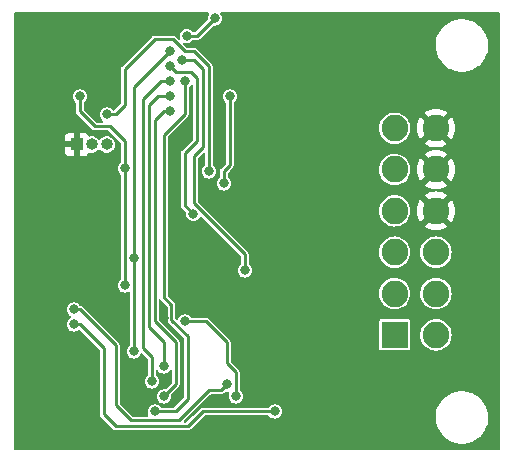
<source format=gbl>
%TF.GenerationSoftware,KiCad,Pcbnew,(6.0.1)*%
%TF.CreationDate,2023-02-26T19:23:04-08:00*%
%TF.ProjectId,CAN-Digital-Output-12V,43414e2d-4469-4676-9974-616c2d4f7574,rev?*%
%TF.SameCoordinates,Original*%
%TF.FileFunction,Copper,L2,Bot*%
%TF.FilePolarity,Positive*%
%FSLAX46Y46*%
G04 Gerber Fmt 4.6, Leading zero omitted, Abs format (unit mm)*
G04 Created by KiCad (PCBNEW (6.0.1)) date 2023-02-26 19:23:04*
%MOMM*%
%LPD*%
G01*
G04 APERTURE LIST*
%TA.AperFunction,ComponentPad*%
%ADD10R,2.250000X2.250000*%
%TD*%
%TA.AperFunction,ComponentPad*%
%ADD11C,2.250000*%
%TD*%
%TA.AperFunction,ComponentPad*%
%ADD12R,1.000000X1.000000*%
%TD*%
%TA.AperFunction,ComponentPad*%
%ADD13O,1.000000X1.000000*%
%TD*%
%TA.AperFunction,ViaPad*%
%ADD14C,0.800000*%
%TD*%
%TA.AperFunction,Conductor*%
%ADD15C,0.250000*%
%TD*%
G04 APERTURE END LIST*
D10*
%TO.P,J4,1,1*%
%TO.N,/CAN_H*%
X175508000Y-110604000D03*
D11*
%TO.P,J4,2,2*%
%TO.N,/CAN_L*%
X175508000Y-107104000D03*
%TO.P,J4,3,3*%
%TO.N,/DO_4*%
X175508000Y-103604000D03*
%TO.P,J4,4,4*%
%TO.N,/DO_3*%
X175508000Y-100104000D03*
%TO.P,J4,5,5*%
%TO.N,/DO_2*%
X175508000Y-96604000D03*
%TO.P,J4,6,6*%
%TO.N,/DO_1*%
X175508000Y-93104000D03*
%TO.P,J4,7,7*%
%TO.N,VCC*%
X179008000Y-110604000D03*
%TO.P,J4,8,8*%
X179008000Y-107104000D03*
%TO.P,J4,9,9*%
X179008000Y-103604000D03*
%TO.P,J4,10,10*%
%TO.N,GND*%
X179008000Y-100104000D03*
%TO.P,J4,11,11*%
X179008000Y-96604000D03*
%TO.P,J4,12,12*%
X179008000Y-93104000D03*
%TD*%
D12*
%TO.P,J3,1,Pin_1*%
%TO.N,GND*%
X148585000Y-94488000D03*
D13*
%TO.P,J3,2,Pin_2*%
%TO.N,/UART_TX*%
X149855000Y-94488000D03*
%TO.P,J3,3,Pin_3*%
%TO.N,Net-(J3-Pad3)*%
X151125000Y-94488000D03*
%TD*%
D14*
%TO.N,/OUT_1*%
X157915069Y-85307535D03*
X160274000Y-83820000D03*
%TO.N,VCC*%
X159766000Y-96774000D03*
X151130000Y-91948000D03*
%TO.N,GND*%
X159766000Y-104648000D03*
X169416669Y-88640440D03*
X170180000Y-114300000D03*
X169926000Y-110490000D03*
X169654376Y-103603450D03*
X168645976Y-89651976D03*
X168656000Y-96520000D03*
X169672000Y-95758000D03*
X160020000Y-100076000D03*
X154178000Y-119380000D03*
X155956000Y-109220000D03*
X169164000Y-111252000D03*
X144780000Y-84328000D03*
X157734000Y-93218000D03*
X168910000Y-104394000D03*
X153162000Y-114808000D03*
X162915887Y-113030000D03*
%TO.N,+5V*%
X162052000Y-115824000D03*
X157734000Y-109474000D03*
X152654000Y-106426000D03*
X152654000Y-96520000D03*
X148844000Y-90424000D03*
%TO.N,/CS*%
X156464000Y-86614000D03*
X153416000Y-112014000D03*
X153416000Y-104140000D03*
%TO.N,/MOSI*%
X154940000Y-114554000D03*
X156464000Y-89154000D03*
%TO.N,/MISO*%
X156464000Y-90424000D03*
X155956000Y-113284000D03*
%TO.N,/SCK*%
X155956000Y-115824000D03*
X156464000Y-91694000D03*
%TO.N,/OUT_3*%
X161544000Y-90424000D03*
X161036000Y-97790000D03*
%TO.N,/INT*%
X155194000Y-117094000D03*
X157734000Y-89154000D03*
%TO.N,/OUT_4*%
X162814000Y-105156000D03*
X157480000Y-87376000D03*
%TO.N,Net-(U2-Pad1)*%
X161290000Y-114808000D03*
X148336000Y-108458000D03*
%TO.N,Net-(U2-Pad4)*%
X165354000Y-117094000D03*
X148336000Y-109728000D03*
%TO.N,/DIP*%
X156464000Y-87884000D03*
X158466460Y-100359540D03*
%TD*%
D15*
%TO.N,/OUT_1*%
X158786465Y-85307535D02*
X160274000Y-83820000D01*
X157915069Y-85307535D02*
X158786465Y-85307535D01*
%TO.N,VCC*%
X152654000Y-88138000D02*
X152654000Y-91186000D01*
X156718000Y-85598000D02*
X155194000Y-85598000D01*
X152654000Y-91186000D02*
X151892000Y-91948000D01*
X158496000Y-86614000D02*
X157734000Y-86614000D01*
X159766000Y-96774000D02*
X159766000Y-87884000D01*
X159766000Y-87884000D02*
X158496000Y-86614000D01*
X151892000Y-91948000D02*
X151130000Y-91948000D01*
X157734000Y-86614000D02*
X156718000Y-85598000D01*
X155194000Y-85598000D02*
X152654000Y-88138000D01*
%TO.N,+5V*%
X162052000Y-115824000D02*
X162052000Y-113792000D01*
X148844000Y-91694000D02*
X150114000Y-92964000D01*
X161290000Y-111252000D02*
X159512000Y-109474000D01*
X148844000Y-90424000D02*
X148844000Y-91694000D01*
X151384000Y-92964000D02*
X152654000Y-94234000D01*
X152654000Y-96520000D02*
X152654000Y-106426000D01*
X159512000Y-109474000D02*
X157734000Y-109474000D01*
X162052000Y-113792000D02*
X161290000Y-113030000D01*
X161290000Y-113030000D02*
X161290000Y-111252000D01*
X150114000Y-92964000D02*
X151384000Y-92964000D01*
X152654000Y-94234000D02*
X152654000Y-96520000D01*
%TO.N,/CS*%
X153416000Y-89662000D02*
X156464000Y-86614000D01*
X153416000Y-112014000D02*
X153416000Y-89662000D01*
%TO.N,/MOSI*%
X154940000Y-114554000D02*
X154940000Y-112522000D01*
X154178000Y-90678000D02*
X155702000Y-89154000D01*
X154178000Y-111760000D02*
X154178000Y-90678000D01*
X154940000Y-112522000D02*
X154178000Y-111760000D01*
X155702000Y-89154000D02*
X156464000Y-89154000D01*
%TO.N,/MISO*%
X155448000Y-90424000D02*
X156464000Y-90424000D01*
X155956000Y-111252000D02*
X154686000Y-109982000D01*
X155956000Y-113284000D02*
X155956000Y-111252000D01*
X154686000Y-109982000D02*
X154686000Y-91186000D01*
X154686000Y-91186000D02*
X155448000Y-90424000D01*
%TO.N,/SCK*%
X155194000Y-92456000D02*
X155194000Y-109474000D01*
X155956000Y-91694000D02*
X155194000Y-92456000D01*
X156972000Y-114808000D02*
X155956000Y-115824000D01*
X156972000Y-111252000D02*
X156972000Y-114808000D01*
X155194000Y-109474000D02*
X156972000Y-111252000D01*
X156464000Y-91694000D02*
X155956000Y-91694000D01*
%TO.N,/OUT_3*%
X161036000Y-97790000D02*
X161036000Y-96774000D01*
X161036000Y-96774000D02*
X161544000Y-96266000D01*
X161544000Y-96266000D02*
X161544000Y-90424000D01*
%TO.N,/INT*%
X157988000Y-116078000D02*
X156972000Y-117094000D01*
X155956000Y-93726000D02*
X155956000Y-107442000D01*
X157734000Y-91948000D02*
X155956000Y-93726000D01*
X156972000Y-117094000D02*
X155194000Y-117094000D01*
X156605511Y-109361511D02*
X157988000Y-110744000D01*
X157988000Y-110744000D02*
X157988000Y-116078000D01*
X155956000Y-107442000D02*
X156605511Y-108091511D01*
X157734000Y-89154000D02*
X157734000Y-91948000D01*
X156605511Y-108091511D02*
X156605511Y-109361511D01*
%TO.N,/OUT_4*%
X159258000Y-88138000D02*
X159258000Y-94742000D01*
X158496000Y-95504000D02*
X158496000Y-99470548D01*
X158496000Y-87376000D02*
X159258000Y-88138000D01*
X159258000Y-94742000D02*
X158496000Y-95504000D01*
X158496000Y-99470548D02*
X162814000Y-103788548D01*
X162814000Y-103788548D02*
X162814000Y-105156000D01*
X157480000Y-87376000D02*
X158496000Y-87376000D01*
%TO.N,Net-(U2-Pad1)*%
X160782000Y-115316000D02*
X159766000Y-115316000D01*
X153162000Y-117856000D02*
X151892000Y-116586000D01*
X148844000Y-108458000D02*
X148336000Y-108458000D01*
X157226000Y-117856000D02*
X153162000Y-117856000D01*
X161290000Y-114808000D02*
X160782000Y-115316000D01*
X159766000Y-115316000D02*
X157226000Y-117856000D01*
X151892000Y-116586000D02*
X151892000Y-111506000D01*
X151892000Y-111506000D02*
X148844000Y-108458000D01*
%TO.N,Net-(U2-Pad4)*%
X150876000Y-117348000D02*
X151892000Y-118364000D01*
X148844000Y-109728000D02*
X150876000Y-111760000D01*
X150876000Y-111760000D02*
X150876000Y-117348000D01*
X148336000Y-109728000D02*
X148844000Y-109728000D01*
X159258000Y-117094000D02*
X165354000Y-117094000D01*
X151892000Y-118364000D02*
X157988000Y-118364000D01*
X157988000Y-118364000D02*
X159258000Y-117094000D01*
%TO.N,/DIP*%
X158242000Y-88392000D02*
X156972000Y-88392000D01*
X157734000Y-95250000D02*
X158750000Y-94234000D01*
X157734000Y-99627080D02*
X157734000Y-95250000D01*
X156972000Y-88392000D02*
X156464000Y-87884000D01*
X158750000Y-94234000D02*
X158750000Y-88900000D01*
X158750000Y-88900000D02*
X158242000Y-88392000D01*
X158466460Y-100359540D02*
X157734000Y-99627080D01*
%TD*%
%TA.AperFunction,Conductor*%
%TO.N,GND*%
G36*
X159764327Y-83330907D02*
G01*
X159800291Y-83380407D01*
X159800291Y-83441593D01*
X159784678Y-83471267D01*
X159749464Y-83517159D01*
X159688956Y-83663238D01*
X159668318Y-83820000D01*
X159669165Y-83826434D01*
X159669165Y-83826435D01*
X159678855Y-83900042D01*
X159667705Y-83960202D01*
X159650706Y-83982967D01*
X158680635Y-84953039D01*
X158626118Y-84980816D01*
X158610631Y-84982035D01*
X158471039Y-84982035D01*
X158412848Y-84963128D01*
X158392497Y-84943302D01*
X158388549Y-84938156D01*
X158343351Y-84879253D01*
X158217910Y-84782999D01*
X158071831Y-84722491D01*
X157915069Y-84701853D01*
X157758307Y-84722491D01*
X157612228Y-84782999D01*
X157486787Y-84879253D01*
X157390533Y-85004694D01*
X157330025Y-85150773D01*
X157309387Y-85307535D01*
X157330025Y-85464297D01*
X157332509Y-85470294D01*
X157341370Y-85491686D01*
X157346171Y-85552683D01*
X157314202Y-85604852D01*
X157257674Y-85628267D01*
X157198179Y-85613984D01*
X157179902Y-85599576D01*
X156961269Y-85380943D01*
X156955434Y-85374575D01*
X156955425Y-85374564D01*
X156930455Y-85344806D01*
X156896792Y-85325371D01*
X156889511Y-85320732D01*
X156887056Y-85319013D01*
X156857684Y-85298446D01*
X156849316Y-85296204D01*
X156844029Y-85293738D01*
X156838544Y-85291742D01*
X156831045Y-85287412D01*
X156822519Y-85285909D01*
X156822517Y-85285908D01*
X156792784Y-85280666D01*
X156784349Y-85278796D01*
X156755174Y-85270978D01*
X156746807Y-85268736D01*
X156708095Y-85272123D01*
X156699466Y-85272500D01*
X155212522Y-85272500D01*
X155203893Y-85272123D01*
X155173822Y-85269492D01*
X155165193Y-85268737D01*
X155127657Y-85278795D01*
X155119231Y-85280663D01*
X155110038Y-85282284D01*
X155080955Y-85287412D01*
X155073450Y-85291745D01*
X155067973Y-85293738D01*
X155062682Y-85296205D01*
X155054316Y-85298447D01*
X155022489Y-85320732D01*
X155015206Y-85325372D01*
X154989044Y-85340476D01*
X154989042Y-85340477D01*
X154981545Y-85344806D01*
X154956575Y-85374564D01*
X154950741Y-85380932D01*
X152436943Y-87894731D01*
X152430576Y-87900565D01*
X152400806Y-87925545D01*
X152381373Y-87959205D01*
X152376732Y-87966489D01*
X152354446Y-87998316D01*
X152352204Y-88006684D01*
X152349738Y-88011971D01*
X152347742Y-88017456D01*
X152343412Y-88024955D01*
X152341909Y-88033481D01*
X152341908Y-88033483D01*
X152336666Y-88063216D01*
X152334796Y-88071650D01*
X152324736Y-88109193D01*
X152325491Y-88117822D01*
X152328123Y-88147905D01*
X152328500Y-88156534D01*
X152328500Y-91010166D01*
X152309593Y-91068357D01*
X152299504Y-91080170D01*
X151786170Y-91593504D01*
X151731653Y-91621281D01*
X151716166Y-91622500D01*
X151685970Y-91622500D01*
X151627779Y-91603593D01*
X151607428Y-91583767D01*
X151571726Y-91537238D01*
X151558282Y-91519718D01*
X151432841Y-91423464D01*
X151286762Y-91362956D01*
X151130000Y-91342318D01*
X150973238Y-91362956D01*
X150827159Y-91423464D01*
X150701718Y-91519718D01*
X150605464Y-91645159D01*
X150544956Y-91791238D01*
X150529054Y-91912023D01*
X150525623Y-91938091D01*
X150524318Y-91948000D01*
X150544956Y-92104762D01*
X150605464Y-92250841D01*
X150701718Y-92376282D01*
X150706871Y-92380236D01*
X150812070Y-92460958D01*
X150846726Y-92511382D01*
X150845125Y-92572547D01*
X150807877Y-92621088D01*
X150751803Y-92638500D01*
X150289835Y-92638500D01*
X150231644Y-92619593D01*
X150219831Y-92609504D01*
X149198496Y-91588170D01*
X149170719Y-91533653D01*
X149169500Y-91518166D01*
X149169500Y-90979970D01*
X149188407Y-90921779D01*
X149208233Y-90901428D01*
X149267129Y-90856236D01*
X149272282Y-90852282D01*
X149368536Y-90726841D01*
X149429044Y-90580762D01*
X149449682Y-90424000D01*
X149429044Y-90267238D01*
X149368536Y-90121159D01*
X149272282Y-89995718D01*
X149146841Y-89899464D01*
X149000762Y-89838956D01*
X148844000Y-89818318D01*
X148687238Y-89838956D01*
X148541159Y-89899464D01*
X148415718Y-89995718D01*
X148319464Y-90121159D01*
X148258956Y-90267238D01*
X148238318Y-90424000D01*
X148258956Y-90580762D01*
X148319464Y-90726841D01*
X148415718Y-90852282D01*
X148420871Y-90856236D01*
X148479767Y-90901428D01*
X148514423Y-90951852D01*
X148518500Y-90979970D01*
X148518500Y-91675466D01*
X148518123Y-91684095D01*
X148514736Y-91722807D01*
X148516978Y-91731174D01*
X148524796Y-91760349D01*
X148526666Y-91768784D01*
X148531760Y-91797674D01*
X148533412Y-91807045D01*
X148537742Y-91814544D01*
X148539738Y-91820029D01*
X148542204Y-91825316D01*
X148544446Y-91833684D01*
X148557665Y-91852562D01*
X148566732Y-91865511D01*
X148571371Y-91872792D01*
X148590806Y-91906455D01*
X148620581Y-91931440D01*
X148626937Y-91937264D01*
X149870742Y-93181069D01*
X149876565Y-93187424D01*
X149901545Y-93217194D01*
X149935219Y-93236636D01*
X149942475Y-93241259D01*
X149974316Y-93263554D01*
X149982678Y-93265795D01*
X149987960Y-93268258D01*
X149993454Y-93270257D01*
X150000955Y-93274588D01*
X150039228Y-93281337D01*
X150047656Y-93283206D01*
X150076827Y-93291022D01*
X150076830Y-93291022D01*
X150085193Y-93293263D01*
X150123896Y-93289877D01*
X150132525Y-93289500D01*
X151208166Y-93289500D01*
X151266357Y-93308407D01*
X151278170Y-93318496D01*
X152299504Y-94339831D01*
X152327281Y-94394348D01*
X152328500Y-94409835D01*
X152328500Y-95964030D01*
X152309593Y-96022221D01*
X152289768Y-96042571D01*
X152225718Y-96091718D01*
X152129464Y-96217159D01*
X152068956Y-96363238D01*
X152048318Y-96520000D01*
X152068956Y-96676762D01*
X152129464Y-96822841D01*
X152225718Y-96948282D01*
X152230871Y-96952236D01*
X152289767Y-96997428D01*
X152324423Y-97047852D01*
X152328500Y-97075970D01*
X152328500Y-105870030D01*
X152309593Y-105928221D01*
X152289768Y-105948571D01*
X152225718Y-105997718D01*
X152129464Y-106123159D01*
X152068956Y-106269238D01*
X152048318Y-106426000D01*
X152068956Y-106582762D01*
X152129464Y-106728841D01*
X152225718Y-106854282D01*
X152351159Y-106950536D01*
X152497238Y-107011044D01*
X152654000Y-107031682D01*
X152810762Y-107011044D01*
X152950847Y-106953019D01*
X152953614Y-106951873D01*
X153014611Y-106947072D01*
X153066780Y-106979042D01*
X153090195Y-107035570D01*
X153090500Y-107043337D01*
X153090500Y-111458030D01*
X153071593Y-111516221D01*
X153051768Y-111536571D01*
X152987718Y-111585718D01*
X152891464Y-111711159D01*
X152830956Y-111857238D01*
X152810318Y-112014000D01*
X152830956Y-112170762D01*
X152891464Y-112316841D01*
X152987718Y-112442282D01*
X153113159Y-112538536D01*
X153259238Y-112599044D01*
X153416000Y-112619682D01*
X153572762Y-112599044D01*
X153718841Y-112538536D01*
X153844282Y-112442282D01*
X153940536Y-112316841D01*
X153943018Y-112310850D01*
X153943021Y-112310844D01*
X153981656Y-112217569D01*
X154021392Y-112171043D01*
X154080887Y-112156759D01*
X154137415Y-112180174D01*
X154143124Y-112185450D01*
X154585504Y-112627830D01*
X154613281Y-112682347D01*
X154614500Y-112697834D01*
X154614500Y-113998030D01*
X154595593Y-114056221D01*
X154575768Y-114076571D01*
X154511718Y-114125718D01*
X154415464Y-114251159D01*
X154354956Y-114397238D01*
X154334318Y-114554000D01*
X154354956Y-114710762D01*
X154415464Y-114856841D01*
X154511718Y-114982282D01*
X154637159Y-115078536D01*
X154783238Y-115139044D01*
X154940000Y-115159682D01*
X155096762Y-115139044D01*
X155242841Y-115078536D01*
X155368282Y-114982282D01*
X155464536Y-114856841D01*
X155525044Y-114710762D01*
X155545682Y-114554000D01*
X155525044Y-114397238D01*
X155464536Y-114251159D01*
X155368282Y-114125718D01*
X155304233Y-114076571D01*
X155269577Y-114026148D01*
X155265500Y-113998030D01*
X155265500Y-113662197D01*
X155284407Y-113604006D01*
X155333907Y-113568042D01*
X155395093Y-113568042D01*
X155443042Y-113601930D01*
X155492182Y-113665971D01*
X155527718Y-113712282D01*
X155653159Y-113808536D01*
X155799238Y-113869044D01*
X155956000Y-113889682D01*
X156112762Y-113869044D01*
X156258841Y-113808536D01*
X156384282Y-113712282D01*
X156419818Y-113665971D01*
X156468958Y-113601930D01*
X156519382Y-113567274D01*
X156580547Y-113568875D01*
X156629088Y-113606123D01*
X156646500Y-113662197D01*
X156646500Y-114632166D01*
X156627593Y-114690357D01*
X156617504Y-114702170D01*
X156118967Y-115200707D01*
X156064450Y-115228484D01*
X156036045Y-115228856D01*
X155956000Y-115218318D01*
X155799238Y-115238956D01*
X155653159Y-115299464D01*
X155527718Y-115395718D01*
X155431464Y-115521159D01*
X155370956Y-115667238D01*
X155350318Y-115824000D01*
X155370956Y-115980762D01*
X155431464Y-116126841D01*
X155527718Y-116252282D01*
X155653159Y-116348536D01*
X155799238Y-116409044D01*
X155956000Y-116429682D01*
X156112762Y-116409044D01*
X156258841Y-116348536D01*
X156384282Y-116252282D01*
X156480536Y-116126841D01*
X156541044Y-115980762D01*
X156561682Y-115824000D01*
X156551144Y-115743958D01*
X156562294Y-115683799D01*
X156579293Y-115661033D01*
X157189057Y-115051269D01*
X157195425Y-115045434D01*
X157197882Y-115043372D01*
X157225194Y-115020455D01*
X157244629Y-114986792D01*
X157249268Y-114979511D01*
X157250987Y-114977056D01*
X157271554Y-114947684D01*
X157273796Y-114939316D01*
X157276262Y-114934029D01*
X157278258Y-114928544D01*
X157282588Y-114921045D01*
X157289334Y-114882783D01*
X157291204Y-114874349D01*
X157299022Y-114845174D01*
X157301264Y-114836807D01*
X157297877Y-114798095D01*
X157297500Y-114789466D01*
X157297500Y-111270534D01*
X157297877Y-111261905D01*
X157300509Y-111231822D01*
X157301264Y-111223193D01*
X157291204Y-111185650D01*
X157289334Y-111177216D01*
X157284092Y-111147483D01*
X157284091Y-111147481D01*
X157282588Y-111138955D01*
X157278258Y-111131456D01*
X157276262Y-111125971D01*
X157273796Y-111120684D01*
X157271554Y-111112316D01*
X157249268Y-111080489D01*
X157244627Y-111073205D01*
X157238735Y-111062999D01*
X157225194Y-111039545D01*
X157195429Y-111014569D01*
X157189061Y-111008735D01*
X155548496Y-109368170D01*
X155520719Y-109313653D01*
X155519500Y-109298166D01*
X155519500Y-107705659D01*
X155538407Y-107647468D01*
X155587907Y-107611504D01*
X155649093Y-107611504D01*
X155694339Y-107642024D01*
X155698475Y-107646953D01*
X155702806Y-107654455D01*
X155709442Y-107660023D01*
X155732570Y-107679430D01*
X155738938Y-107685264D01*
X156251015Y-108197342D01*
X156278792Y-108251859D01*
X156280011Y-108267346D01*
X156280011Y-109342977D01*
X156279634Y-109351606D01*
X156276247Y-109390318D01*
X156278489Y-109398685D01*
X156286307Y-109427860D01*
X156288177Y-109436295D01*
X156292225Y-109459252D01*
X156294923Y-109474556D01*
X156299253Y-109482055D01*
X156301249Y-109487540D01*
X156303715Y-109492827D01*
X156305957Y-109501195D01*
X156326524Y-109530567D01*
X156328243Y-109533022D01*
X156332882Y-109540303D01*
X156352317Y-109573966D01*
X156362191Y-109582251D01*
X156382082Y-109598942D01*
X156388450Y-109604776D01*
X157633504Y-110849830D01*
X157661281Y-110904347D01*
X157662500Y-110919834D01*
X157662500Y-115902166D01*
X157643593Y-115960357D01*
X157633504Y-115972170D01*
X156866170Y-116739504D01*
X156811653Y-116767281D01*
X156796166Y-116768500D01*
X155749970Y-116768500D01*
X155691779Y-116749593D01*
X155671428Y-116729767D01*
X155647855Y-116699045D01*
X155622282Y-116665718D01*
X155496841Y-116569464D01*
X155350762Y-116508956D01*
X155194000Y-116488318D01*
X155037238Y-116508956D01*
X154891159Y-116569464D01*
X154765718Y-116665718D01*
X154669464Y-116791159D01*
X154608956Y-116937238D01*
X154588318Y-117094000D01*
X154608956Y-117250762D01*
X154611440Y-117256759D01*
X154668127Y-117393614D01*
X154672928Y-117454611D01*
X154640958Y-117506780D01*
X154584430Y-117530195D01*
X154576663Y-117530500D01*
X153337835Y-117530500D01*
X153279644Y-117511593D01*
X153267831Y-117501504D01*
X152246496Y-116480170D01*
X152218719Y-116425653D01*
X152217500Y-116410166D01*
X152217500Y-111524534D01*
X152217877Y-111515905D01*
X152220509Y-111485822D01*
X152221264Y-111477193D01*
X152211204Y-111439650D01*
X152209334Y-111431216D01*
X152204092Y-111401483D01*
X152204091Y-111401481D01*
X152202588Y-111392955D01*
X152198258Y-111385456D01*
X152196262Y-111379971D01*
X152193796Y-111374684D01*
X152191554Y-111366316D01*
X152169268Y-111334489D01*
X152164627Y-111327205D01*
X152149523Y-111301044D01*
X152145194Y-111293545D01*
X152115429Y-111268569D01*
X152109061Y-111262735D01*
X149087269Y-108240943D01*
X149081434Y-108234575D01*
X149074522Y-108226338D01*
X149056455Y-108204806D01*
X149022792Y-108185371D01*
X149015511Y-108180732D01*
X149013056Y-108179013D01*
X148983684Y-108158446D01*
X148975316Y-108156204D01*
X148970029Y-108153738D01*
X148964544Y-108151742D01*
X148957045Y-108147412D01*
X148948519Y-108145909D01*
X148948517Y-108145908D01*
X148918784Y-108140666D01*
X148910349Y-108138796D01*
X148872807Y-108128736D01*
X148873234Y-108127142D01*
X148826236Y-108107192D01*
X148812644Y-108092744D01*
X148768231Y-108034864D01*
X148768230Y-108034863D01*
X148764282Y-108029718D01*
X148638841Y-107933464D01*
X148492762Y-107872956D01*
X148336000Y-107852318D01*
X148179238Y-107872956D01*
X148033159Y-107933464D01*
X147907718Y-108029718D01*
X147811464Y-108155159D01*
X147750956Y-108301238D01*
X147730318Y-108458000D01*
X147750956Y-108614762D01*
X147811464Y-108760841D01*
X147907718Y-108886282D01*
X148033159Y-108982536D01*
X148079029Y-109001536D01*
X148125554Y-109041273D01*
X148139838Y-109100767D01*
X148116423Y-109157295D01*
X148079029Y-109184464D01*
X148033159Y-109203464D01*
X147907718Y-109299718D01*
X147811464Y-109425159D01*
X147750956Y-109571238D01*
X147730318Y-109728000D01*
X147750956Y-109884762D01*
X147811464Y-110030841D01*
X147907718Y-110156282D01*
X148033159Y-110252536D01*
X148179238Y-110313044D01*
X148336000Y-110333682D01*
X148492762Y-110313044D01*
X148638841Y-110252536D01*
X148722380Y-110188435D01*
X148780052Y-110168012D01*
X148838718Y-110185389D01*
X148852648Y-110196974D01*
X150521504Y-111865830D01*
X150549281Y-111920347D01*
X150550500Y-111935834D01*
X150550500Y-117329466D01*
X150550123Y-117338095D01*
X150546736Y-117376807D01*
X150548978Y-117385174D01*
X150556796Y-117414349D01*
X150558666Y-117422784D01*
X150561421Y-117438407D01*
X150565412Y-117461045D01*
X150569742Y-117468544D01*
X150571738Y-117474029D01*
X150574204Y-117479316D01*
X150576446Y-117487684D01*
X150589818Y-117506780D01*
X150598732Y-117519511D01*
X150603371Y-117526792D01*
X150622806Y-117560455D01*
X150652571Y-117585431D01*
X150658939Y-117591265D01*
X151648731Y-118581057D01*
X151654565Y-118587424D01*
X151679545Y-118617194D01*
X151687047Y-118621525D01*
X151713205Y-118636627D01*
X151720489Y-118641268D01*
X151752316Y-118663554D01*
X151760684Y-118665796D01*
X151765971Y-118668262D01*
X151771456Y-118670258D01*
X151778955Y-118674588D01*
X151787481Y-118676091D01*
X151787483Y-118676092D01*
X151817216Y-118681334D01*
X151825650Y-118683204D01*
X151863193Y-118693264D01*
X151871822Y-118692509D01*
X151901905Y-118689877D01*
X151910534Y-118689500D01*
X157969466Y-118689500D01*
X157978095Y-118689877D01*
X158016807Y-118693264D01*
X158054350Y-118683204D01*
X158062784Y-118681334D01*
X158092517Y-118676092D01*
X158092519Y-118676091D01*
X158101045Y-118674588D01*
X158108544Y-118670258D01*
X158114029Y-118668262D01*
X158119316Y-118665796D01*
X158127684Y-118663554D01*
X158159511Y-118641268D01*
X158166795Y-118636627D01*
X158192953Y-118621525D01*
X158200455Y-118617194D01*
X158225440Y-118587419D01*
X158231264Y-118581063D01*
X159363831Y-117448496D01*
X159418348Y-117420719D01*
X159433835Y-117419500D01*
X164798030Y-117419500D01*
X164856221Y-117438407D01*
X164876571Y-117458232D01*
X164925718Y-117522282D01*
X165051159Y-117618536D01*
X165197238Y-117679044D01*
X165354000Y-117699682D01*
X165510762Y-117679044D01*
X165579161Y-117650712D01*
X178978008Y-117650712D01*
X179003775Y-117945232D01*
X179068268Y-118233757D01*
X179170354Y-118511218D01*
X179222730Y-118610558D01*
X179306711Y-118769844D01*
X179306715Y-118769851D01*
X179308239Y-118772741D01*
X179479501Y-119013729D01*
X179681131Y-119229951D01*
X179683667Y-119232034D01*
X179683668Y-119232035D01*
X179907047Y-119415521D01*
X179907052Y-119415525D01*
X179909586Y-119417606D01*
X180160853Y-119573398D01*
X180163850Y-119574745D01*
X180163854Y-119574747D01*
X180322971Y-119646257D01*
X180430517Y-119694590D01*
X180713840Y-119779052D01*
X180717081Y-119779565D01*
X180717084Y-119779566D01*
X180805510Y-119793571D01*
X181005846Y-119825301D01*
X181076014Y-119828487D01*
X181097209Y-119829450D01*
X181097215Y-119829450D01*
X181098313Y-119829500D01*
X181282991Y-119829500D01*
X181502995Y-119814887D01*
X181649637Y-119785319D01*
X181789581Y-119757102D01*
X181789586Y-119757101D01*
X181792808Y-119756451D01*
X181969738Y-119695529D01*
X182069234Y-119661270D01*
X182069240Y-119661268D01*
X182072346Y-119660198D01*
X182336699Y-119527820D01*
X182581221Y-119361643D01*
X182728511Y-119229951D01*
X182799168Y-119166777D01*
X182799172Y-119166773D01*
X182801618Y-119164586D01*
X182994016Y-118940111D01*
X183155036Y-118692162D01*
X183168621Y-118663554D01*
X183280442Y-118428058D01*
X183281849Y-118425095D01*
X183372226Y-118143602D01*
X183424580Y-117852629D01*
X183437992Y-117557288D01*
X183435649Y-117530500D01*
X183425852Y-117418525D01*
X183412225Y-117262768D01*
X183347732Y-116974243D01*
X183245646Y-116696782D01*
X183151806Y-116518798D01*
X183109289Y-116438156D01*
X183109285Y-116438149D01*
X183107761Y-116435259D01*
X182936499Y-116194271D01*
X182734869Y-115978049D01*
X182727712Y-115972170D01*
X182508953Y-115792479D01*
X182508948Y-115792475D01*
X182506414Y-115790394D01*
X182307784Y-115667238D01*
X182257944Y-115636336D01*
X182257942Y-115636335D01*
X182255147Y-115634602D01*
X182252150Y-115633255D01*
X182252146Y-115633253D01*
X182065286Y-115549275D01*
X181985483Y-115513410D01*
X181702160Y-115428948D01*
X181698919Y-115428435D01*
X181698916Y-115428434D01*
X181600426Y-115412835D01*
X181410154Y-115382699D01*
X181339986Y-115379513D01*
X181318791Y-115378550D01*
X181318785Y-115378550D01*
X181317687Y-115378500D01*
X181133009Y-115378500D01*
X180913005Y-115393113D01*
X180766363Y-115422681D01*
X180626419Y-115450898D01*
X180626414Y-115450899D01*
X180623192Y-115451549D01*
X180620075Y-115452622D01*
X180620076Y-115452622D01*
X180346766Y-115546730D01*
X180346760Y-115546732D01*
X180343654Y-115547802D01*
X180079301Y-115680180D01*
X179834779Y-115846357D01*
X179832333Y-115848544D01*
X179616832Y-116041223D01*
X179616828Y-116041227D01*
X179614382Y-116043414D01*
X179612247Y-116045905D01*
X179612244Y-116045908D01*
X179538463Y-116131990D01*
X179421984Y-116267889D01*
X179260964Y-116515838D01*
X179259561Y-116518792D01*
X179259558Y-116518798D01*
X179187349Y-116670871D01*
X179134151Y-116782905D01*
X179043774Y-117064398D01*
X178991420Y-117355371D01*
X178978008Y-117650712D01*
X165579161Y-117650712D01*
X165656841Y-117618536D01*
X165782282Y-117522282D01*
X165878536Y-117396841D01*
X165939044Y-117250762D01*
X165959682Y-117094000D01*
X165939044Y-116937238D01*
X165878536Y-116791159D01*
X165782282Y-116665718D01*
X165656841Y-116569464D01*
X165510762Y-116508956D01*
X165354000Y-116488318D01*
X165197238Y-116508956D01*
X165051159Y-116569464D01*
X164925718Y-116665718D01*
X164900146Y-116699045D01*
X164876572Y-116729767D01*
X164826148Y-116764423D01*
X164798030Y-116768500D01*
X159276526Y-116768500D01*
X159267898Y-116768123D01*
X159264576Y-116767832D01*
X159229193Y-116764737D01*
X159220830Y-116766978D01*
X159220827Y-116766978D01*
X159191656Y-116774794D01*
X159183229Y-116776663D01*
X159144955Y-116783412D01*
X159137454Y-116787743D01*
X159131960Y-116789742D01*
X159126678Y-116792205D01*
X159118316Y-116794446D01*
X159111223Y-116799413D01*
X159111222Y-116799413D01*
X159086478Y-116816739D01*
X159079219Y-116821364D01*
X159045545Y-116840806D01*
X159039975Y-116847444D01*
X159020574Y-116870565D01*
X159014740Y-116876933D01*
X158437063Y-117454611D01*
X157882170Y-118009504D01*
X157827653Y-118037281D01*
X157812166Y-118038500D01*
X157742834Y-118038500D01*
X157684643Y-118019593D01*
X157648679Y-117970093D01*
X157648679Y-117908907D01*
X157672830Y-117869496D01*
X158705851Y-116836476D01*
X159871831Y-115670496D01*
X159926348Y-115642719D01*
X159941835Y-115641500D01*
X160763466Y-115641500D01*
X160772095Y-115641877D01*
X160810807Y-115645264D01*
X160820305Y-115642719D01*
X160848349Y-115635204D01*
X160856784Y-115633334D01*
X160857244Y-115633253D01*
X160861289Y-115632540D01*
X160886517Y-115628092D01*
X160886519Y-115628091D01*
X160895045Y-115626588D01*
X160902544Y-115622258D01*
X160908029Y-115620262D01*
X160913316Y-115617796D01*
X160921684Y-115615554D01*
X160953511Y-115593268D01*
X160960795Y-115588627D01*
X160994455Y-115569194D01*
X161019430Y-115539430D01*
X161025264Y-115533062D01*
X161127033Y-115431293D01*
X161181550Y-115403516D01*
X161209955Y-115403144D01*
X161290000Y-115413682D01*
X161370045Y-115403144D01*
X161418240Y-115396799D01*
X161478401Y-115407949D01*
X161520518Y-115452331D01*
X161528504Y-115512993D01*
X161522626Y-115532837D01*
X161476058Y-115645264D01*
X161466956Y-115667238D01*
X161446318Y-115824000D01*
X161466956Y-115980762D01*
X161527464Y-116126841D01*
X161623718Y-116252282D01*
X161749159Y-116348536D01*
X161895238Y-116409044D01*
X162052000Y-116429682D01*
X162208762Y-116409044D01*
X162354841Y-116348536D01*
X162480282Y-116252282D01*
X162576536Y-116126841D01*
X162637044Y-115980762D01*
X162657682Y-115824000D01*
X162637044Y-115667238D01*
X162576536Y-115521159D01*
X162480282Y-115395718D01*
X162416233Y-115346571D01*
X162381577Y-115296148D01*
X162377500Y-115268030D01*
X162377500Y-113810534D01*
X162377877Y-113801905D01*
X162380509Y-113771822D01*
X162381264Y-113763193D01*
X162371204Y-113725650D01*
X162369334Y-113717216D01*
X162364092Y-113687483D01*
X162364091Y-113687481D01*
X162362588Y-113678955D01*
X162358258Y-113671456D01*
X162356262Y-113665971D01*
X162353796Y-113660684D01*
X162351554Y-113652316D01*
X162329268Y-113620489D01*
X162324627Y-113613205D01*
X162319316Y-113604006D01*
X162305194Y-113579545D01*
X162275429Y-113554569D01*
X162269061Y-113548735D01*
X161644496Y-112924170D01*
X161616719Y-112869653D01*
X161615500Y-112854166D01*
X161615500Y-111748748D01*
X174182500Y-111748748D01*
X174194133Y-111807231D01*
X174238448Y-111873552D01*
X174304769Y-111917867D01*
X174314332Y-111919769D01*
X174314334Y-111919770D01*
X174337005Y-111924279D01*
X174363252Y-111929500D01*
X176652748Y-111929500D01*
X176678995Y-111924279D01*
X176701666Y-111919770D01*
X176701668Y-111919769D01*
X176711231Y-111917867D01*
X176777552Y-111873552D01*
X176821867Y-111807231D01*
X176833500Y-111748748D01*
X176833500Y-110604000D01*
X177677437Y-110604000D01*
X177697651Y-110835050D01*
X177757680Y-111059079D01*
X177855699Y-111269281D01*
X177988730Y-111459269D01*
X178152731Y-111623270D01*
X178342718Y-111756301D01*
X178552921Y-111854320D01*
X178557092Y-111855438D01*
X178557093Y-111855438D01*
X178772773Y-111913230D01*
X178772776Y-111913230D01*
X178776950Y-111914349D01*
X179008000Y-111934563D01*
X179239050Y-111914349D01*
X179243224Y-111913230D01*
X179243227Y-111913230D01*
X179458907Y-111855438D01*
X179458908Y-111855438D01*
X179463079Y-111854320D01*
X179673282Y-111756301D01*
X179863269Y-111623270D01*
X180027270Y-111459269D01*
X180160301Y-111269281D01*
X180258320Y-111059079D01*
X180318349Y-110835050D01*
X180338563Y-110604000D01*
X180318349Y-110372950D01*
X180301632Y-110310560D01*
X180259438Y-110153094D01*
X180258320Y-110148921D01*
X180160301Y-109938719D01*
X180027270Y-109748731D01*
X179863269Y-109584730D01*
X179673282Y-109451699D01*
X179463079Y-109353680D01*
X179439258Y-109347297D01*
X179243227Y-109294770D01*
X179243224Y-109294770D01*
X179239050Y-109293651D01*
X179008000Y-109273437D01*
X178776950Y-109293651D01*
X178772776Y-109294770D01*
X178772773Y-109294770D01*
X178688923Y-109317238D01*
X178552921Y-109353680D01*
X178342719Y-109451699D01*
X178339176Y-109454180D01*
X178339174Y-109454181D01*
X178291533Y-109487540D01*
X178152731Y-109584730D01*
X177988730Y-109748731D01*
X177855699Y-109938719D01*
X177757680Y-110148921D01*
X177756562Y-110153094D01*
X177714369Y-110310560D01*
X177697651Y-110372950D01*
X177677437Y-110604000D01*
X176833500Y-110604000D01*
X176833500Y-109459252D01*
X176827256Y-109427860D01*
X176823770Y-109410334D01*
X176823769Y-109410332D01*
X176821867Y-109400769D01*
X176777552Y-109334448D01*
X176711231Y-109290133D01*
X176701668Y-109288231D01*
X176701666Y-109288230D01*
X176678995Y-109283721D01*
X176652748Y-109278500D01*
X174363252Y-109278500D01*
X174337005Y-109283721D01*
X174314334Y-109288230D01*
X174314332Y-109288231D01*
X174304769Y-109290133D01*
X174238448Y-109334448D01*
X174194133Y-109400769D01*
X174192231Y-109410332D01*
X174192230Y-109410334D01*
X174188744Y-109427860D01*
X174182500Y-109459252D01*
X174182500Y-111748748D01*
X161615500Y-111748748D01*
X161615500Y-111270534D01*
X161615877Y-111261905D01*
X161618509Y-111231822D01*
X161619264Y-111223193D01*
X161609204Y-111185650D01*
X161607334Y-111177216D01*
X161602092Y-111147483D01*
X161602091Y-111147481D01*
X161600588Y-111138955D01*
X161596258Y-111131456D01*
X161594262Y-111125971D01*
X161591796Y-111120684D01*
X161589554Y-111112316D01*
X161567268Y-111080489D01*
X161562627Y-111073205D01*
X161556735Y-111062999D01*
X161543194Y-111039545D01*
X161513429Y-111014569D01*
X161507061Y-111008735D01*
X159755269Y-109256943D01*
X159749434Y-109250575D01*
X159724455Y-109220806D01*
X159690792Y-109201371D01*
X159683511Y-109196732D01*
X159681056Y-109195013D01*
X159651684Y-109174446D01*
X159643316Y-109172204D01*
X159638029Y-109169738D01*
X159632544Y-109167742D01*
X159625045Y-109163412D01*
X159616519Y-109161909D01*
X159616517Y-109161908D01*
X159586784Y-109156666D01*
X159578349Y-109154796D01*
X159549174Y-109146978D01*
X159540807Y-109144736D01*
X159532178Y-109145491D01*
X159502095Y-109148123D01*
X159493466Y-109148500D01*
X158289970Y-109148500D01*
X158231779Y-109129593D01*
X158211428Y-109109767D01*
X158166236Y-109050871D01*
X158162282Y-109045718D01*
X158036841Y-108949464D01*
X157890762Y-108888956D01*
X157734000Y-108868318D01*
X157577238Y-108888956D01*
X157431159Y-108949464D01*
X157305718Y-109045718D01*
X157209464Y-109171159D01*
X157206982Y-109177150D01*
X157206979Y-109177156D01*
X157168344Y-109270431D01*
X157128608Y-109316957D01*
X157069113Y-109331241D01*
X157012585Y-109307826D01*
X157006876Y-109302550D01*
X156960007Y-109255681D01*
X156932230Y-109201164D01*
X156931011Y-109185677D01*
X156931011Y-108110037D01*
X156931388Y-108101409D01*
X156934019Y-108071331D01*
X156934774Y-108062704D01*
X156932533Y-108054341D01*
X156932533Y-108054338D01*
X156924717Y-108025167D01*
X156922848Y-108016739D01*
X156917603Y-107986996D01*
X156916099Y-107978466D01*
X156911768Y-107970965D01*
X156909769Y-107965471D01*
X156907306Y-107960189D01*
X156905065Y-107951827D01*
X156882770Y-107919986D01*
X156878147Y-107912730D01*
X156858705Y-107879056D01*
X156828946Y-107854085D01*
X156822578Y-107848251D01*
X156585831Y-107611504D01*
X156310496Y-107336170D01*
X156282719Y-107281653D01*
X156281500Y-107266166D01*
X156281500Y-107104000D01*
X174177437Y-107104000D01*
X174197651Y-107335050D01*
X174257680Y-107559079D01*
X174355699Y-107769281D01*
X174488730Y-107959269D01*
X174652731Y-108123270D01*
X174842718Y-108256301D01*
X175052921Y-108354320D01*
X175057092Y-108355438D01*
X175057093Y-108355438D01*
X175272773Y-108413230D01*
X175272776Y-108413230D01*
X175276950Y-108414349D01*
X175508000Y-108434563D01*
X175739050Y-108414349D01*
X175743224Y-108413230D01*
X175743227Y-108413230D01*
X175958907Y-108355438D01*
X175958908Y-108355438D01*
X175963079Y-108354320D01*
X176173282Y-108256301D01*
X176363269Y-108123270D01*
X176527270Y-107959269D01*
X176660301Y-107769281D01*
X176758320Y-107559079D01*
X176818349Y-107335050D01*
X176838563Y-107104000D01*
X177677437Y-107104000D01*
X177697651Y-107335050D01*
X177757680Y-107559079D01*
X177855699Y-107769281D01*
X177988730Y-107959269D01*
X178152731Y-108123270D01*
X178342718Y-108256301D01*
X178552921Y-108354320D01*
X178557092Y-108355438D01*
X178557093Y-108355438D01*
X178772773Y-108413230D01*
X178772776Y-108413230D01*
X178776950Y-108414349D01*
X179008000Y-108434563D01*
X179239050Y-108414349D01*
X179243224Y-108413230D01*
X179243227Y-108413230D01*
X179458907Y-108355438D01*
X179458908Y-108355438D01*
X179463079Y-108354320D01*
X179673282Y-108256301D01*
X179863269Y-108123270D01*
X180027270Y-107959269D01*
X180160301Y-107769281D01*
X180258320Y-107559079D01*
X180318349Y-107335050D01*
X180338563Y-107104000D01*
X180318349Y-106872950D01*
X180314407Y-106858236D01*
X180259438Y-106653094D01*
X180258320Y-106648921D01*
X180160301Y-106438719D01*
X180027270Y-106248731D01*
X179863269Y-106084730D01*
X179673282Y-105951699D01*
X179463079Y-105853680D01*
X179458907Y-105852562D01*
X179243227Y-105794770D01*
X179243224Y-105794770D01*
X179239050Y-105793651D01*
X179008000Y-105773437D01*
X178776950Y-105793651D01*
X178772776Y-105794770D01*
X178772773Y-105794770D01*
X178645502Y-105828873D01*
X178552921Y-105853680D01*
X178342719Y-105951699D01*
X178152731Y-106084730D01*
X177988730Y-106248731D01*
X177855699Y-106438719D01*
X177757680Y-106648921D01*
X177756562Y-106653094D01*
X177701594Y-106858236D01*
X177697651Y-106872950D01*
X177677437Y-107104000D01*
X176838563Y-107104000D01*
X176818349Y-106872950D01*
X176814407Y-106858236D01*
X176759438Y-106653094D01*
X176758320Y-106648921D01*
X176660301Y-106438719D01*
X176527270Y-106248731D01*
X176363269Y-106084730D01*
X176173282Y-105951699D01*
X175963079Y-105853680D01*
X175958907Y-105852562D01*
X175743227Y-105794770D01*
X175743224Y-105794770D01*
X175739050Y-105793651D01*
X175508000Y-105773437D01*
X175276950Y-105793651D01*
X175272776Y-105794770D01*
X175272773Y-105794770D01*
X175145502Y-105828873D01*
X175052921Y-105853680D01*
X174842719Y-105951699D01*
X174652731Y-106084730D01*
X174488730Y-106248731D01*
X174355699Y-106438719D01*
X174257680Y-106648921D01*
X174256562Y-106653094D01*
X174201594Y-106858236D01*
X174197651Y-106872950D01*
X174177437Y-107104000D01*
X156281500Y-107104000D01*
X156281500Y-93901834D01*
X156300407Y-93843643D01*
X156310496Y-93831830D01*
X157951057Y-92191269D01*
X157957425Y-92185434D01*
X157966077Y-92178174D01*
X157987194Y-92160455D01*
X158006629Y-92126792D01*
X158011268Y-92119511D01*
X158017396Y-92110759D01*
X158033554Y-92087684D01*
X158035796Y-92079316D01*
X158038262Y-92074029D01*
X158040258Y-92068544D01*
X158044588Y-92061045D01*
X158051334Y-92022783D01*
X158053204Y-92014349D01*
X158061022Y-91985174D01*
X158063264Y-91976807D01*
X158059877Y-91938091D01*
X158059500Y-91929463D01*
X158059500Y-89709970D01*
X158078407Y-89651779D01*
X158098233Y-89631428D01*
X158157129Y-89586236D01*
X158162282Y-89582282D01*
X158197517Y-89536363D01*
X158246958Y-89471930D01*
X158297382Y-89437274D01*
X158358547Y-89438875D01*
X158407088Y-89476123D01*
X158424500Y-89532197D01*
X158424500Y-94058166D01*
X158405593Y-94116357D01*
X158395504Y-94128170D01*
X157516943Y-95006731D01*
X157510576Y-95012565D01*
X157480806Y-95037545D01*
X157466000Y-95063191D01*
X157461373Y-95071205D01*
X157456732Y-95078489D01*
X157434446Y-95110316D01*
X157432204Y-95118684D01*
X157429738Y-95123971D01*
X157427742Y-95129456D01*
X157423412Y-95136955D01*
X157421909Y-95145481D01*
X157421908Y-95145483D01*
X157416666Y-95175216D01*
X157414796Y-95183650D01*
X157404736Y-95221193D01*
X157405491Y-95229822D01*
X157408123Y-95259905D01*
X157408500Y-95268534D01*
X157408500Y-99608546D01*
X157408123Y-99617175D01*
X157404736Y-99655887D01*
X157406978Y-99664254D01*
X157414796Y-99693429D01*
X157416666Y-99701863D01*
X157423412Y-99740125D01*
X157427742Y-99747624D01*
X157429738Y-99753109D01*
X157432204Y-99758396D01*
X157434446Y-99766764D01*
X157455013Y-99796136D01*
X157456732Y-99798591D01*
X157461371Y-99805872D01*
X157480806Y-99839535D01*
X157495212Y-99851623D01*
X157510571Y-99864511D01*
X157516939Y-99870345D01*
X157843167Y-100196573D01*
X157870944Y-100251090D01*
X157871316Y-100279495D01*
X157860778Y-100359540D01*
X157881416Y-100516302D01*
X157941924Y-100662381D01*
X158038178Y-100787822D01*
X158163619Y-100884076D01*
X158309698Y-100944584D01*
X158466460Y-100965222D01*
X158623222Y-100944584D01*
X158769301Y-100884076D01*
X158894742Y-100787822D01*
X158990996Y-100662381D01*
X159003569Y-100632028D01*
X159043303Y-100585504D01*
X159102798Y-100571219D01*
X159159326Y-100594633D01*
X159165036Y-100599910D01*
X162459504Y-103894379D01*
X162487281Y-103948896D01*
X162488500Y-103964383D01*
X162488500Y-104600030D01*
X162469593Y-104658221D01*
X162449768Y-104678571D01*
X162385718Y-104727718D01*
X162289464Y-104853159D01*
X162228956Y-104999238D01*
X162208318Y-105156000D01*
X162228956Y-105312762D01*
X162289464Y-105458841D01*
X162385718Y-105584282D01*
X162511159Y-105680536D01*
X162657238Y-105741044D01*
X162814000Y-105761682D01*
X162970762Y-105741044D01*
X163116841Y-105680536D01*
X163242282Y-105584282D01*
X163338536Y-105458841D01*
X163399044Y-105312762D01*
X163419682Y-105156000D01*
X163399044Y-104999238D01*
X163338536Y-104853159D01*
X163242282Y-104727718D01*
X163178233Y-104678571D01*
X163143577Y-104628148D01*
X163139500Y-104600030D01*
X163139500Y-103807074D01*
X163139877Y-103798446D01*
X163142508Y-103768368D01*
X163143263Y-103759741D01*
X163141022Y-103751378D01*
X163141022Y-103751375D01*
X163133206Y-103722204D01*
X163131337Y-103713776D01*
X163126092Y-103684033D01*
X163124588Y-103675503D01*
X163120257Y-103668002D01*
X163118258Y-103662508D01*
X163115795Y-103657226D01*
X163113554Y-103648864D01*
X163091259Y-103617023D01*
X163086636Y-103609767D01*
X163083306Y-103604000D01*
X174177437Y-103604000D01*
X174197651Y-103835050D01*
X174257680Y-104059079D01*
X174355699Y-104269281D01*
X174488730Y-104459269D01*
X174652731Y-104623270D01*
X174842718Y-104756301D01*
X175052921Y-104854320D01*
X175057092Y-104855438D01*
X175057093Y-104855438D01*
X175272773Y-104913230D01*
X175272776Y-104913230D01*
X175276950Y-104914349D01*
X175508000Y-104934563D01*
X175739050Y-104914349D01*
X175743224Y-104913230D01*
X175743227Y-104913230D01*
X175958907Y-104855438D01*
X175958908Y-104855438D01*
X175963079Y-104854320D01*
X176173282Y-104756301D01*
X176363269Y-104623270D01*
X176527270Y-104459269D01*
X176660301Y-104269281D01*
X176758320Y-104059079D01*
X176818349Y-103835050D01*
X176838563Y-103604000D01*
X177677437Y-103604000D01*
X177697651Y-103835050D01*
X177757680Y-104059079D01*
X177855699Y-104269281D01*
X177988730Y-104459269D01*
X178152731Y-104623270D01*
X178342718Y-104756301D01*
X178552921Y-104854320D01*
X178557092Y-104855438D01*
X178557093Y-104855438D01*
X178772773Y-104913230D01*
X178772776Y-104913230D01*
X178776950Y-104914349D01*
X179008000Y-104934563D01*
X179239050Y-104914349D01*
X179243224Y-104913230D01*
X179243227Y-104913230D01*
X179458907Y-104855438D01*
X179458908Y-104855438D01*
X179463079Y-104854320D01*
X179673282Y-104756301D01*
X179863269Y-104623270D01*
X180027270Y-104459269D01*
X180160301Y-104269281D01*
X180258320Y-104059079D01*
X180318349Y-103835050D01*
X180338563Y-103604000D01*
X180318349Y-103372950D01*
X180258320Y-103148921D01*
X180160301Y-102938719D01*
X180027270Y-102748731D01*
X179863269Y-102584730D01*
X179673282Y-102451699D01*
X179463079Y-102353680D01*
X179458907Y-102352562D01*
X179243227Y-102294770D01*
X179243224Y-102294770D01*
X179239050Y-102293651D01*
X179008000Y-102273437D01*
X178776950Y-102293651D01*
X178772776Y-102294770D01*
X178772773Y-102294770D01*
X178645502Y-102328873D01*
X178552921Y-102353680D01*
X178342719Y-102451699D01*
X178152731Y-102584730D01*
X177988730Y-102748731D01*
X177855699Y-102938719D01*
X177757680Y-103148921D01*
X177697651Y-103372950D01*
X177677437Y-103604000D01*
X176838563Y-103604000D01*
X176818349Y-103372950D01*
X176758320Y-103148921D01*
X176660301Y-102938719D01*
X176527270Y-102748731D01*
X176363269Y-102584730D01*
X176173282Y-102451699D01*
X175963079Y-102353680D01*
X175958907Y-102352562D01*
X175743227Y-102294770D01*
X175743224Y-102294770D01*
X175739050Y-102293651D01*
X175508000Y-102273437D01*
X175276950Y-102293651D01*
X175272776Y-102294770D01*
X175272773Y-102294770D01*
X175145502Y-102328873D01*
X175052921Y-102353680D01*
X174842719Y-102451699D01*
X174652731Y-102584730D01*
X174488730Y-102748731D01*
X174355699Y-102938719D01*
X174257680Y-103148921D01*
X174197651Y-103372950D01*
X174177437Y-103604000D01*
X163083306Y-103604000D01*
X163067194Y-103576093D01*
X163037436Y-103551123D01*
X163031068Y-103545289D01*
X159589778Y-100104000D01*
X174177437Y-100104000D01*
X174197651Y-100335050D01*
X174198770Y-100339224D01*
X174198770Y-100339227D01*
X174205937Y-100365974D01*
X174257680Y-100559079D01*
X174355699Y-100769281D01*
X174358180Y-100772824D01*
X174358181Y-100772826D01*
X174371450Y-100791776D01*
X174488730Y-100959269D01*
X174652731Y-101123270D01*
X174842718Y-101256301D01*
X175052921Y-101354320D01*
X175057092Y-101355438D01*
X175057093Y-101355438D01*
X175272773Y-101413230D01*
X175272776Y-101413230D01*
X175276950Y-101414349D01*
X175508000Y-101434563D01*
X175576810Y-101428543D01*
X178048496Y-101428543D01*
X178048969Y-101431533D01*
X178261022Y-101561479D01*
X178267934Y-101565001D01*
X178498225Y-101660391D01*
X178505592Y-101662785D01*
X178747980Y-101720977D01*
X178755623Y-101722188D01*
X179004125Y-101741745D01*
X179011875Y-101741745D01*
X179260377Y-101722188D01*
X179268020Y-101720977D01*
X179510408Y-101662785D01*
X179517775Y-101660391D01*
X179748066Y-101565001D01*
X179754978Y-101561479D01*
X179963031Y-101433984D01*
X179967582Y-101426558D01*
X179967331Y-101423379D01*
X179965644Y-101420854D01*
X179019086Y-100474296D01*
X179007203Y-100468242D01*
X179002172Y-100469038D01*
X178054550Y-101416660D01*
X178048496Y-101428543D01*
X175576810Y-101428543D01*
X175739050Y-101414349D01*
X175743224Y-101413230D01*
X175743227Y-101413230D01*
X175958907Y-101355438D01*
X175958908Y-101355438D01*
X175963079Y-101354320D01*
X176173282Y-101256301D01*
X176363269Y-101123270D01*
X176527270Y-100959269D01*
X176644550Y-100791776D01*
X176657819Y-100772826D01*
X176657820Y-100772824D01*
X176660301Y-100769281D01*
X176758320Y-100559079D01*
X176810063Y-100365974D01*
X176817230Y-100339227D01*
X176817230Y-100339224D01*
X176818349Y-100335050D01*
X176838224Y-100107875D01*
X177370255Y-100107875D01*
X177389812Y-100356377D01*
X177391023Y-100364020D01*
X177449215Y-100606408D01*
X177451609Y-100613775D01*
X177546999Y-100844066D01*
X177550521Y-100850978D01*
X177678016Y-101059031D01*
X177685442Y-101063582D01*
X177688621Y-101063331D01*
X177691146Y-101061644D01*
X178637704Y-100115086D01*
X178642946Y-100104797D01*
X179372242Y-100104797D01*
X179373038Y-100109828D01*
X180320660Y-101057450D01*
X180332543Y-101063504D01*
X180335533Y-101063031D01*
X180465479Y-100850978D01*
X180469001Y-100844066D01*
X180564391Y-100613775D01*
X180566785Y-100606408D01*
X180624977Y-100364020D01*
X180626188Y-100356377D01*
X180645745Y-100107875D01*
X180645745Y-100100125D01*
X180626188Y-99851623D01*
X180624977Y-99843980D01*
X180566785Y-99601592D01*
X180564391Y-99594225D01*
X180469001Y-99363934D01*
X180465479Y-99357022D01*
X180337984Y-99148969D01*
X180330558Y-99144418D01*
X180327379Y-99144669D01*
X180324854Y-99146356D01*
X179378296Y-100092914D01*
X179372242Y-100104797D01*
X178642946Y-100104797D01*
X178643758Y-100103203D01*
X178642962Y-100098172D01*
X177695340Y-99150550D01*
X177683457Y-99144496D01*
X177680467Y-99144969D01*
X177550521Y-99357022D01*
X177546999Y-99363934D01*
X177451609Y-99594225D01*
X177449215Y-99601592D01*
X177391023Y-99843980D01*
X177389812Y-99851623D01*
X177370255Y-100100125D01*
X177370255Y-100107875D01*
X176838224Y-100107875D01*
X176838563Y-100104000D01*
X176818349Y-99872950D01*
X176812635Y-99851623D01*
X176762734Y-99665393D01*
X176758320Y-99648921D01*
X176660301Y-99438719D01*
X176527270Y-99248731D01*
X176363269Y-99084730D01*
X176173282Y-98951699D01*
X175963079Y-98853680D01*
X175958907Y-98852562D01*
X175743227Y-98794770D01*
X175743224Y-98794770D01*
X175739050Y-98793651D01*
X175599499Y-98781442D01*
X178048418Y-98781442D01*
X178048669Y-98784621D01*
X178050356Y-98787146D01*
X178996914Y-99733704D01*
X179008797Y-99739758D01*
X179013828Y-99738962D01*
X179961450Y-98791340D01*
X179967504Y-98779457D01*
X179967031Y-98776467D01*
X179754978Y-98646521D01*
X179748066Y-98642999D01*
X179517775Y-98547609D01*
X179510408Y-98545215D01*
X179268020Y-98487023D01*
X179260377Y-98485812D01*
X179011875Y-98466255D01*
X179004125Y-98466255D01*
X178755623Y-98485812D01*
X178747980Y-98487023D01*
X178505592Y-98545215D01*
X178498225Y-98547609D01*
X178267934Y-98642999D01*
X178261022Y-98646521D01*
X178052969Y-98774016D01*
X178048418Y-98781442D01*
X175599499Y-98781442D01*
X175508000Y-98773437D01*
X175276950Y-98793651D01*
X175272776Y-98794770D01*
X175272773Y-98794770D01*
X175145502Y-98828873D01*
X175052921Y-98853680D01*
X174842719Y-98951699D01*
X174652731Y-99084730D01*
X174488730Y-99248731D01*
X174355699Y-99438719D01*
X174257680Y-99648921D01*
X174253266Y-99665393D01*
X174203366Y-99851623D01*
X174197651Y-99872950D01*
X174177437Y-100104000D01*
X159589778Y-100104000D01*
X158850496Y-99364718D01*
X158822719Y-99310201D01*
X158821500Y-99294714D01*
X158821500Y-97790000D01*
X160430318Y-97790000D01*
X160450956Y-97946762D01*
X160511464Y-98092841D01*
X160607718Y-98218282D01*
X160733159Y-98314536D01*
X160879238Y-98375044D01*
X161036000Y-98395682D01*
X161192762Y-98375044D01*
X161338841Y-98314536D01*
X161464282Y-98218282D01*
X161560536Y-98092841D01*
X161621044Y-97946762D01*
X161641682Y-97790000D01*
X161621044Y-97633238D01*
X161560536Y-97487159D01*
X161464282Y-97361718D01*
X161400233Y-97312571D01*
X161365577Y-97262148D01*
X161361500Y-97234030D01*
X161361500Y-96949833D01*
X161380407Y-96891642D01*
X161390497Y-96879829D01*
X161566852Y-96703475D01*
X161666327Y-96604000D01*
X174177437Y-96604000D01*
X174197651Y-96835050D01*
X174198770Y-96839224D01*
X174198770Y-96839227D01*
X174212815Y-96891642D01*
X174257680Y-97059079D01*
X174355699Y-97269281D01*
X174358180Y-97272824D01*
X174358181Y-97272826D01*
X174377922Y-97301019D01*
X174488730Y-97459269D01*
X174652731Y-97623270D01*
X174842718Y-97756301D01*
X175052921Y-97854320D01*
X175057092Y-97855438D01*
X175057093Y-97855438D01*
X175272773Y-97913230D01*
X175272776Y-97913230D01*
X175276950Y-97914349D01*
X175508000Y-97934563D01*
X175576810Y-97928543D01*
X178048496Y-97928543D01*
X178048969Y-97931533D01*
X178261022Y-98061479D01*
X178267934Y-98065001D01*
X178498225Y-98160391D01*
X178505592Y-98162785D01*
X178747980Y-98220977D01*
X178755623Y-98222188D01*
X179004125Y-98241745D01*
X179011875Y-98241745D01*
X179260377Y-98222188D01*
X179268020Y-98220977D01*
X179510408Y-98162785D01*
X179517775Y-98160391D01*
X179748066Y-98065001D01*
X179754978Y-98061479D01*
X179963031Y-97933984D01*
X179967582Y-97926558D01*
X179967331Y-97923379D01*
X179965644Y-97920854D01*
X179019086Y-96974296D01*
X179007203Y-96968242D01*
X179002172Y-96969038D01*
X178054550Y-97916660D01*
X178048496Y-97928543D01*
X175576810Y-97928543D01*
X175739050Y-97914349D01*
X175743224Y-97913230D01*
X175743227Y-97913230D01*
X175958907Y-97855438D01*
X175958908Y-97855438D01*
X175963079Y-97854320D01*
X176173282Y-97756301D01*
X176363269Y-97623270D01*
X176527270Y-97459269D01*
X176638078Y-97301019D01*
X176657819Y-97272826D01*
X176657820Y-97272824D01*
X176660301Y-97269281D01*
X176758320Y-97059079D01*
X176803185Y-96891642D01*
X176817230Y-96839227D01*
X176817230Y-96839224D01*
X176818349Y-96835050D01*
X176838224Y-96607875D01*
X177370255Y-96607875D01*
X177389812Y-96856377D01*
X177391023Y-96864020D01*
X177449215Y-97106408D01*
X177451609Y-97113775D01*
X177546999Y-97344066D01*
X177550521Y-97350978D01*
X177678016Y-97559031D01*
X177685442Y-97563582D01*
X177688621Y-97563331D01*
X177691146Y-97561644D01*
X178637704Y-96615086D01*
X178642946Y-96604797D01*
X179372242Y-96604797D01*
X179373038Y-96609828D01*
X180320660Y-97557450D01*
X180332543Y-97563504D01*
X180335533Y-97563031D01*
X180465479Y-97350978D01*
X180469001Y-97344066D01*
X180564391Y-97113775D01*
X180566785Y-97106408D01*
X180624977Y-96864020D01*
X180626188Y-96856377D01*
X180645745Y-96607875D01*
X180645745Y-96600125D01*
X180626188Y-96351623D01*
X180624977Y-96343980D01*
X180566785Y-96101592D01*
X180564391Y-96094225D01*
X180469001Y-95863934D01*
X180465479Y-95857022D01*
X180337984Y-95648969D01*
X180330558Y-95644418D01*
X180327379Y-95644669D01*
X180324854Y-95646356D01*
X179378296Y-96592914D01*
X179372242Y-96604797D01*
X178642946Y-96604797D01*
X178643758Y-96603203D01*
X178642962Y-96598172D01*
X177695340Y-95650550D01*
X177683457Y-95644496D01*
X177680467Y-95644969D01*
X177550521Y-95857022D01*
X177546999Y-95863934D01*
X177451609Y-96094225D01*
X177449215Y-96101592D01*
X177391023Y-96343980D01*
X177389812Y-96351623D01*
X177370255Y-96600125D01*
X177370255Y-96607875D01*
X176838224Y-96607875D01*
X176838563Y-96604000D01*
X176818349Y-96372950D01*
X176812635Y-96351623D01*
X176776838Y-96218030D01*
X176758320Y-96148921D01*
X176660301Y-95938719D01*
X176527270Y-95748731D01*
X176363269Y-95584730D01*
X176173282Y-95451699D01*
X175963079Y-95353680D01*
X175931641Y-95345256D01*
X175743227Y-95294770D01*
X175743224Y-95294770D01*
X175739050Y-95293651D01*
X175599499Y-95281442D01*
X178048418Y-95281442D01*
X178048669Y-95284621D01*
X178050356Y-95287146D01*
X178996914Y-96233704D01*
X179008797Y-96239758D01*
X179013828Y-96238962D01*
X179961450Y-95291340D01*
X179967504Y-95279457D01*
X179967031Y-95276467D01*
X179754978Y-95146521D01*
X179748066Y-95142999D01*
X179517775Y-95047609D01*
X179510408Y-95045215D01*
X179268020Y-94987023D01*
X179260377Y-94985812D01*
X179011875Y-94966255D01*
X179004125Y-94966255D01*
X178755623Y-94985812D01*
X178747980Y-94987023D01*
X178505592Y-95045215D01*
X178498225Y-95047609D01*
X178267934Y-95142999D01*
X178261022Y-95146521D01*
X178052969Y-95274016D01*
X178048418Y-95281442D01*
X175599499Y-95281442D01*
X175508000Y-95273437D01*
X175276950Y-95293651D01*
X175272776Y-95294770D01*
X175272773Y-95294770D01*
X175145502Y-95328873D01*
X175052921Y-95353680D01*
X174842719Y-95451699D01*
X174652731Y-95584730D01*
X174488730Y-95748731D01*
X174355699Y-95938719D01*
X174257680Y-96148921D01*
X174239162Y-96218030D01*
X174203366Y-96351623D01*
X174197651Y-96372950D01*
X174177437Y-96604000D01*
X161666327Y-96604000D01*
X161761064Y-96509263D01*
X161767417Y-96503441D01*
X161797194Y-96478455D01*
X161816629Y-96444792D01*
X161821269Y-96437509D01*
X161838585Y-96412779D01*
X161843553Y-96405684D01*
X161845795Y-96397318D01*
X161848262Y-96392027D01*
X161850255Y-96386550D01*
X161854588Y-96379045D01*
X161860771Y-96343980D01*
X161861337Y-96340769D01*
X161863206Y-96332337D01*
X161873263Y-96294807D01*
X161869877Y-96256103D01*
X161869500Y-96247475D01*
X161869500Y-93104000D01*
X174177437Y-93104000D01*
X174197651Y-93335050D01*
X174198770Y-93339224D01*
X174198770Y-93339227D01*
X174231759Y-93462341D01*
X174257680Y-93559079D01*
X174355699Y-93769281D01*
X174358180Y-93772824D01*
X174358181Y-93772826D01*
X174384648Y-93810625D01*
X174488730Y-93959269D01*
X174652731Y-94123270D01*
X174842718Y-94256301D01*
X175052921Y-94354320D01*
X175057092Y-94355438D01*
X175057093Y-94355438D01*
X175272773Y-94413230D01*
X175272776Y-94413230D01*
X175276950Y-94414349D01*
X175508000Y-94434563D01*
X175576810Y-94428543D01*
X178048496Y-94428543D01*
X178048969Y-94431533D01*
X178261022Y-94561479D01*
X178267934Y-94565001D01*
X178498225Y-94660391D01*
X178505592Y-94662785D01*
X178747980Y-94720977D01*
X178755623Y-94722188D01*
X179004125Y-94741745D01*
X179011875Y-94741745D01*
X179260377Y-94722188D01*
X179268020Y-94720977D01*
X179510408Y-94662785D01*
X179517775Y-94660391D01*
X179748066Y-94565001D01*
X179754978Y-94561479D01*
X179963031Y-94433984D01*
X179967582Y-94426558D01*
X179967331Y-94423379D01*
X179965644Y-94420854D01*
X179019086Y-93474296D01*
X179007203Y-93468242D01*
X179002172Y-93469038D01*
X178054550Y-94416660D01*
X178048496Y-94428543D01*
X175576810Y-94428543D01*
X175739050Y-94414349D01*
X175743224Y-94413230D01*
X175743227Y-94413230D01*
X175958907Y-94355438D01*
X175958908Y-94355438D01*
X175963079Y-94354320D01*
X176173282Y-94256301D01*
X176363269Y-94123270D01*
X176527270Y-93959269D01*
X176631352Y-93810625D01*
X176657819Y-93772826D01*
X176657820Y-93772824D01*
X176660301Y-93769281D01*
X176758320Y-93559079D01*
X176784241Y-93462341D01*
X176817230Y-93339227D01*
X176817230Y-93339224D01*
X176818349Y-93335050D01*
X176838224Y-93107875D01*
X177370255Y-93107875D01*
X177389812Y-93356377D01*
X177391023Y-93364020D01*
X177449215Y-93606408D01*
X177451609Y-93613775D01*
X177546999Y-93844066D01*
X177550521Y-93850978D01*
X177678016Y-94059031D01*
X177685442Y-94063582D01*
X177688621Y-94063331D01*
X177691146Y-94061644D01*
X178637704Y-93115086D01*
X178642946Y-93104797D01*
X179372242Y-93104797D01*
X179373038Y-93109828D01*
X180320660Y-94057450D01*
X180332543Y-94063504D01*
X180335533Y-94063031D01*
X180465479Y-93850978D01*
X180469001Y-93844066D01*
X180564391Y-93613775D01*
X180566785Y-93606408D01*
X180624977Y-93364020D01*
X180626188Y-93356377D01*
X180645745Y-93107875D01*
X180645745Y-93100125D01*
X180626188Y-92851623D01*
X180624977Y-92843980D01*
X180566785Y-92601592D01*
X180564391Y-92594225D01*
X180469001Y-92363934D01*
X180465479Y-92357022D01*
X180337984Y-92148969D01*
X180330558Y-92144418D01*
X180327379Y-92144669D01*
X180324854Y-92146356D01*
X179378296Y-93092914D01*
X179372242Y-93104797D01*
X178642946Y-93104797D01*
X178643758Y-93103203D01*
X178642962Y-93098172D01*
X177695340Y-92150550D01*
X177683457Y-92144496D01*
X177680467Y-92144969D01*
X177550521Y-92357022D01*
X177546999Y-92363934D01*
X177451609Y-92594225D01*
X177449215Y-92601592D01*
X177391023Y-92843980D01*
X177389812Y-92851623D01*
X177370255Y-93100125D01*
X177370255Y-93107875D01*
X176838224Y-93107875D01*
X176838563Y-93104000D01*
X176818349Y-92872950D01*
X176812635Y-92851623D01*
X176769116Y-92689213D01*
X176758320Y-92648921D01*
X176660301Y-92438719D01*
X176527270Y-92248731D01*
X176363269Y-92084730D01*
X176173282Y-91951699D01*
X176046447Y-91892555D01*
X175966993Y-91855505D01*
X175966992Y-91855505D01*
X175963079Y-91853680D01*
X175920124Y-91842170D01*
X175743227Y-91794770D01*
X175743224Y-91794770D01*
X175739050Y-91793651D01*
X175599499Y-91781442D01*
X178048418Y-91781442D01*
X178048669Y-91784621D01*
X178050356Y-91787146D01*
X178996914Y-92733704D01*
X179008797Y-92739758D01*
X179013828Y-92738962D01*
X179961450Y-91791340D01*
X179967504Y-91779457D01*
X179967031Y-91776467D01*
X179754978Y-91646521D01*
X179748066Y-91642999D01*
X179517775Y-91547609D01*
X179510408Y-91545215D01*
X179268020Y-91487023D01*
X179260377Y-91485812D01*
X179011875Y-91466255D01*
X179004125Y-91466255D01*
X178755623Y-91485812D01*
X178747980Y-91487023D01*
X178505592Y-91545215D01*
X178498225Y-91547609D01*
X178267934Y-91642999D01*
X178261022Y-91646521D01*
X178052969Y-91774016D01*
X178048418Y-91781442D01*
X175599499Y-91781442D01*
X175508000Y-91773437D01*
X175276950Y-91793651D01*
X175272776Y-91794770D01*
X175272773Y-91794770D01*
X175226963Y-91807045D01*
X175052921Y-91853680D01*
X174842719Y-91951699D01*
X174839176Y-91954180D01*
X174839174Y-91954181D01*
X174806861Y-91976807D01*
X174652731Y-92084730D01*
X174488730Y-92248731D01*
X174355699Y-92438719D01*
X174257680Y-92648921D01*
X174246884Y-92689213D01*
X174203366Y-92851623D01*
X174197651Y-92872950D01*
X174177437Y-93104000D01*
X161869500Y-93104000D01*
X161869500Y-90979970D01*
X161888407Y-90921779D01*
X161908233Y-90901428D01*
X161967129Y-90856236D01*
X161972282Y-90852282D01*
X162068536Y-90726841D01*
X162129044Y-90580762D01*
X162149682Y-90424000D01*
X162129044Y-90267238D01*
X162068536Y-90121159D01*
X161972282Y-89995718D01*
X161846841Y-89899464D01*
X161700762Y-89838956D01*
X161544000Y-89818318D01*
X161387238Y-89838956D01*
X161241159Y-89899464D01*
X161115718Y-89995718D01*
X161019464Y-90121159D01*
X160958956Y-90267238D01*
X160938318Y-90424000D01*
X160958956Y-90580762D01*
X161019464Y-90726841D01*
X161115718Y-90852282D01*
X161120871Y-90856236D01*
X161179767Y-90901428D01*
X161214423Y-90951852D01*
X161218500Y-90979970D01*
X161218500Y-96090166D01*
X161199593Y-96148357D01*
X161189504Y-96160169D01*
X160818949Y-96530725D01*
X160812581Y-96536561D01*
X160782806Y-96561545D01*
X160763373Y-96595205D01*
X160758732Y-96602489D01*
X160736446Y-96634316D01*
X160734204Y-96642684D01*
X160731738Y-96647971D01*
X160729742Y-96653456D01*
X160725412Y-96660955D01*
X160723909Y-96669481D01*
X160723908Y-96669483D01*
X160718666Y-96699216D01*
X160716796Y-96707650D01*
X160706736Y-96745193D01*
X160707491Y-96753822D01*
X160710123Y-96783905D01*
X160710500Y-96792534D01*
X160710500Y-97234030D01*
X160691593Y-97292221D01*
X160671768Y-97312571D01*
X160607718Y-97361718D01*
X160511464Y-97487159D01*
X160450956Y-97633238D01*
X160430318Y-97790000D01*
X158821500Y-97790000D01*
X158821500Y-95679834D01*
X158840407Y-95621643D01*
X158850496Y-95609830D01*
X159271496Y-95188830D01*
X159326013Y-95161053D01*
X159386445Y-95170624D01*
X159429710Y-95213889D01*
X159440500Y-95258834D01*
X159440500Y-96218030D01*
X159421593Y-96276221D01*
X159401768Y-96296571D01*
X159337718Y-96345718D01*
X159241464Y-96471159D01*
X159221233Y-96520000D01*
X159184655Y-96608309D01*
X159180956Y-96617238D01*
X159160318Y-96774000D01*
X159180956Y-96930762D01*
X159241464Y-97076841D01*
X159337718Y-97202282D01*
X159463159Y-97298536D01*
X159609238Y-97359044D01*
X159766000Y-97379682D01*
X159922762Y-97359044D01*
X160068841Y-97298536D01*
X160194282Y-97202282D01*
X160290536Y-97076841D01*
X160351044Y-96930762D01*
X160371682Y-96774000D01*
X160351044Y-96617238D01*
X160347346Y-96608309D01*
X160310767Y-96520000D01*
X160290536Y-96471159D01*
X160194282Y-96345718D01*
X160130233Y-96296571D01*
X160095577Y-96246148D01*
X160091500Y-96218030D01*
X160091500Y-87902526D01*
X160091877Y-87893898D01*
X160094508Y-87863820D01*
X160095263Y-87855193D01*
X160093022Y-87846830D01*
X160093022Y-87846827D01*
X160085206Y-87817656D01*
X160083337Y-87809228D01*
X160078092Y-87779485D01*
X160076588Y-87770955D01*
X160072257Y-87763454D01*
X160070258Y-87757960D01*
X160067795Y-87752678D01*
X160065554Y-87744316D01*
X160043259Y-87712475D01*
X160038636Y-87705219D01*
X160019194Y-87671545D01*
X159989435Y-87646574D01*
X159983067Y-87640740D01*
X158739269Y-86396943D01*
X158733434Y-86390575D01*
X158708455Y-86360806D01*
X158674792Y-86341371D01*
X158667511Y-86336732D01*
X158665056Y-86335013D01*
X158635684Y-86314446D01*
X158627316Y-86312204D01*
X158622029Y-86309738D01*
X158616544Y-86307742D01*
X158609045Y-86303412D01*
X158600519Y-86301909D01*
X158600517Y-86301908D01*
X158570784Y-86296666D01*
X158562349Y-86294796D01*
X158533174Y-86286978D01*
X158524807Y-86284736D01*
X158516178Y-86285491D01*
X158486095Y-86288123D01*
X158477466Y-86288500D01*
X157909834Y-86288500D01*
X157851643Y-86269593D01*
X157839830Y-86259504D01*
X157731038Y-86150712D01*
X178978008Y-86150712D01*
X178978294Y-86153980D01*
X178978294Y-86153983D01*
X178981521Y-86190871D01*
X179003775Y-86445232D01*
X179068268Y-86733757D01*
X179170354Y-87011218D01*
X179191065Y-87050500D01*
X179306711Y-87269844D01*
X179306715Y-87269851D01*
X179308239Y-87272741D01*
X179479501Y-87513729D01*
X179681131Y-87729951D01*
X179683667Y-87732034D01*
X179683668Y-87732035D01*
X179907047Y-87915521D01*
X179907052Y-87915525D01*
X179909586Y-87917606D01*
X180012930Y-87981682D01*
X180149728Y-88066500D01*
X180160853Y-88073398D01*
X180163850Y-88074745D01*
X180163854Y-88074747D01*
X180263152Y-88119373D01*
X180430517Y-88194590D01*
X180713840Y-88279052D01*
X180717081Y-88279565D01*
X180717084Y-88279566D01*
X180805510Y-88293571D01*
X181005846Y-88325301D01*
X181076014Y-88328487D01*
X181097209Y-88329450D01*
X181097215Y-88329450D01*
X181098313Y-88329500D01*
X181282991Y-88329500D01*
X181502995Y-88314887D01*
X181649637Y-88285319D01*
X181789581Y-88257102D01*
X181789586Y-88257101D01*
X181792808Y-88256451D01*
X181969738Y-88195529D01*
X182069234Y-88161270D01*
X182069240Y-88161268D01*
X182072346Y-88160198D01*
X182336699Y-88027820D01*
X182581221Y-87861643D01*
X182630418Y-87817656D01*
X182799168Y-87666777D01*
X182799172Y-87666773D01*
X182801618Y-87664586D01*
X182822057Y-87640740D01*
X182930918Y-87513729D01*
X182994016Y-87440111D01*
X183155036Y-87192162D01*
X183158578Y-87184704D01*
X183280442Y-86928058D01*
X183281849Y-86925095D01*
X183372226Y-86643602D01*
X183417156Y-86393888D01*
X183423997Y-86355870D01*
X183423997Y-86355868D01*
X183424580Y-86352629D01*
X183437992Y-86057288D01*
X183412225Y-85762768D01*
X183383566Y-85634557D01*
X183348447Y-85477440D01*
X183348445Y-85477435D01*
X183347732Y-85474243D01*
X183245646Y-85196782D01*
X183151806Y-85018798D01*
X183109289Y-84938156D01*
X183109285Y-84938149D01*
X183107761Y-84935259D01*
X182936499Y-84694271D01*
X182734869Y-84478049D01*
X182692558Y-84443294D01*
X182508953Y-84292479D01*
X182508948Y-84292475D01*
X182506414Y-84290394D01*
X182255147Y-84134602D01*
X182252150Y-84133255D01*
X182252146Y-84133253D01*
X182065286Y-84049275D01*
X181985483Y-84013410D01*
X181702160Y-83928948D01*
X181698919Y-83928435D01*
X181698916Y-83928434D01*
X181610490Y-83914429D01*
X181410154Y-83882699D01*
X181339986Y-83879513D01*
X181318791Y-83878550D01*
X181318785Y-83878550D01*
X181317687Y-83878500D01*
X181133009Y-83878500D01*
X180913005Y-83893113D01*
X180766363Y-83922681D01*
X180626419Y-83950898D01*
X180626414Y-83950899D01*
X180623192Y-83951549D01*
X180620075Y-83952622D01*
X180620076Y-83952622D01*
X180346766Y-84046730D01*
X180346760Y-84046732D01*
X180343654Y-84047802D01*
X180079301Y-84180180D01*
X179834779Y-84346357D01*
X179832333Y-84348544D01*
X179616832Y-84541223D01*
X179616828Y-84541227D01*
X179614382Y-84543414D01*
X179421984Y-84767889D01*
X179260964Y-85015838D01*
X179259561Y-85018792D01*
X179259558Y-85018798D01*
X179196892Y-85150773D01*
X179134151Y-85282905D01*
X179043774Y-85564398D01*
X179030883Y-85636044D01*
X178995166Y-85834554D01*
X178991420Y-85855371D01*
X178978008Y-86150712D01*
X157731038Y-86150712D01*
X157623028Y-86042702D01*
X157595251Y-85988185D01*
X157604822Y-85927753D01*
X157648087Y-85884488D01*
X157708519Y-85874917D01*
X157730917Y-85881234D01*
X157758307Y-85892579D01*
X157915069Y-85913217D01*
X158071831Y-85892579D01*
X158217910Y-85832071D01*
X158343351Y-85735817D01*
X158392498Y-85671768D01*
X158442921Y-85637112D01*
X158471039Y-85633035D01*
X158767931Y-85633035D01*
X158776560Y-85633412D01*
X158815272Y-85636799D01*
X158852815Y-85626739D01*
X158861249Y-85624869D01*
X158890982Y-85619627D01*
X158890984Y-85619626D01*
X158899510Y-85618123D01*
X158907009Y-85613793D01*
X158912494Y-85611797D01*
X158917781Y-85609331D01*
X158926149Y-85607089D01*
X158957976Y-85584803D01*
X158965260Y-85580162D01*
X158998920Y-85560729D01*
X159023896Y-85530964D01*
X159029730Y-85524596D01*
X160111033Y-84443294D01*
X160165550Y-84415517D01*
X160193958Y-84415145D01*
X160267565Y-84424835D01*
X160267566Y-84424835D01*
X160274000Y-84425682D01*
X160430762Y-84405044D01*
X160576841Y-84344536D01*
X160702282Y-84248282D01*
X160798536Y-84122841D01*
X160859044Y-83976762D01*
X160879682Y-83820000D01*
X160859044Y-83663238D01*
X160798536Y-83517159D01*
X160763322Y-83471267D01*
X160742898Y-83413591D01*
X160760276Y-83354926D01*
X160808817Y-83317678D01*
X160841864Y-83312000D01*
X184305000Y-83312000D01*
X184363191Y-83330907D01*
X184399155Y-83380407D01*
X184404000Y-83411000D01*
X184404000Y-120297000D01*
X184385093Y-120355191D01*
X184335593Y-120391155D01*
X184305000Y-120396000D01*
X143355000Y-120396000D01*
X143296809Y-120377093D01*
X143260845Y-120327593D01*
X143256000Y-120297000D01*
X143256000Y-95033411D01*
X147577001Y-95033411D01*
X147577290Y-95038751D01*
X147583078Y-95092035D01*
X147585927Y-95104020D01*
X147632351Y-95227855D01*
X147639059Y-95240108D01*
X147717863Y-95345256D01*
X147727744Y-95355137D01*
X147832892Y-95433941D01*
X147845145Y-95440649D01*
X147968978Y-95487072D01*
X147980967Y-95489923D01*
X148034252Y-95495711D01*
X148039586Y-95496000D01*
X148315320Y-95496000D01*
X148328005Y-95491878D01*
X148331000Y-95487757D01*
X148331000Y-95480319D01*
X148839000Y-95480319D01*
X148843122Y-95493004D01*
X148847243Y-95495999D01*
X149130411Y-95495999D01*
X149135751Y-95495710D01*
X149189035Y-95489922D01*
X149201020Y-95487073D01*
X149324855Y-95440649D01*
X149337108Y-95433941D01*
X149442256Y-95355137D01*
X149452137Y-95345256D01*
X149530941Y-95240108D01*
X149537648Y-95227857D01*
X149540022Y-95221524D01*
X149578153Y-95173674D01*
X149637128Y-95157375D01*
X149657844Y-95160518D01*
X149753457Y-95185602D01*
X149753467Y-95185603D01*
X149759233Y-95187116D01*
X149765194Y-95187210D01*
X149765197Y-95187210D01*
X149843965Y-95188447D01*
X149928760Y-95189779D01*
X149934575Y-95188447D01*
X149934577Y-95188447D01*
X150088206Y-95153262D01*
X150088209Y-95153261D01*
X150094029Y-95151928D01*
X150106844Y-95145483D01*
X150240165Y-95078429D01*
X150245498Y-95075747D01*
X150250035Y-95071872D01*
X150250038Y-95071870D01*
X150369888Y-94969508D01*
X150369891Y-94969505D01*
X150374423Y-94965634D01*
X150386316Y-94949083D01*
X150408879Y-94917684D01*
X150458189Y-94881461D01*
X150519374Y-94881140D01*
X150571446Y-94920237D01*
X150590830Y-94949083D01*
X150716233Y-95063191D01*
X150865235Y-95144092D01*
X150900189Y-95153262D01*
X151023464Y-95185603D01*
X151023468Y-95185604D01*
X151029233Y-95187116D01*
X151035194Y-95187210D01*
X151035197Y-95187210D01*
X151113965Y-95188447D01*
X151198760Y-95189779D01*
X151204575Y-95188447D01*
X151204577Y-95188447D01*
X151358206Y-95153262D01*
X151358209Y-95153261D01*
X151364029Y-95151928D01*
X151376844Y-95145483D01*
X151510165Y-95078429D01*
X151515498Y-95075747D01*
X151520035Y-95071872D01*
X151520038Y-95071870D01*
X151639888Y-94969508D01*
X151639891Y-94969505D01*
X151644423Y-94965634D01*
X151678879Y-94917684D01*
X151739877Y-94832796D01*
X151739878Y-94832794D01*
X151743361Y-94827947D01*
X151771609Y-94757680D01*
X151804377Y-94676167D01*
X151804378Y-94676165D01*
X151806601Y-94670634D01*
X151822136Y-94561479D01*
X151830034Y-94505985D01*
X151830034Y-94505979D01*
X151830490Y-94502778D01*
X151830645Y-94488000D01*
X151819312Y-94394348D01*
X151810993Y-94325602D01*
X151810992Y-94325599D01*
X151810276Y-94319680D01*
X151750345Y-94161077D01*
X151705147Y-94095313D01*
X151657692Y-94026267D01*
X151654312Y-94021349D01*
X151527721Y-93908560D01*
X151377881Y-93829224D01*
X151295661Y-93808572D01*
X151219231Y-93789373D01*
X151219228Y-93789373D01*
X151213441Y-93787919D01*
X151127841Y-93787471D01*
X151049861Y-93787062D01*
X151049859Y-93787062D01*
X151043895Y-93787031D01*
X151038099Y-93788423D01*
X151038095Y-93788423D01*
X150945621Y-93810625D01*
X150879032Y-93826612D01*
X150846035Y-93843643D01*
X150733675Y-93901636D01*
X150733673Y-93901638D01*
X150728369Y-93904375D01*
X150600604Y-94015831D01*
X150597174Y-94020712D01*
X150597170Y-94020716D01*
X150571236Y-94057616D01*
X150522307Y-94094353D01*
X150461129Y-94095313D01*
X150408653Y-94056766D01*
X150384312Y-94021349D01*
X150257721Y-93908560D01*
X150107881Y-93829224D01*
X150025661Y-93808572D01*
X149949231Y-93789373D01*
X149949228Y-93789373D01*
X149943441Y-93787919D01*
X149857841Y-93787471D01*
X149779861Y-93787062D01*
X149779859Y-93787062D01*
X149773895Y-93787031D01*
X149768093Y-93788424D01*
X149655622Y-93815426D01*
X149594626Y-93810625D01*
X149548100Y-93770889D01*
X149539810Y-93753912D01*
X149537646Y-93748140D01*
X149530941Y-93735892D01*
X149452137Y-93630744D01*
X149442256Y-93620863D01*
X149337108Y-93542059D01*
X149324855Y-93535351D01*
X149201022Y-93488928D01*
X149189033Y-93486077D01*
X149135748Y-93480289D01*
X149130414Y-93480000D01*
X148854680Y-93480000D01*
X148841995Y-93484122D01*
X148839000Y-93488243D01*
X148839000Y-95480319D01*
X148331000Y-95480319D01*
X148331000Y-94757680D01*
X148326878Y-94744995D01*
X148322757Y-94742000D01*
X147592681Y-94742000D01*
X147579996Y-94746122D01*
X147577001Y-94750243D01*
X147577001Y-95033411D01*
X143256000Y-95033411D01*
X143256000Y-94218320D01*
X147577000Y-94218320D01*
X147581122Y-94231005D01*
X147585243Y-94234000D01*
X148315320Y-94234000D01*
X148328005Y-94229878D01*
X148331000Y-94225757D01*
X148331000Y-93495681D01*
X148326878Y-93482996D01*
X148322757Y-93480001D01*
X148039589Y-93480001D01*
X148034249Y-93480290D01*
X147980965Y-93486078D01*
X147968980Y-93488927D01*
X147845145Y-93535351D01*
X147832892Y-93542059D01*
X147727744Y-93620863D01*
X147717863Y-93630744D01*
X147639059Y-93735892D01*
X147632351Y-93748145D01*
X147585928Y-93871978D01*
X147583077Y-93883967D01*
X147577289Y-93937252D01*
X147577000Y-93942586D01*
X147577000Y-94218320D01*
X143256000Y-94218320D01*
X143256000Y-83411000D01*
X143274907Y-83352809D01*
X143324407Y-83316845D01*
X143355000Y-83312000D01*
X159706136Y-83312000D01*
X159764327Y-83330907D01*
G37*
%TD.AperFunction*%
%TD*%
M02*

</source>
